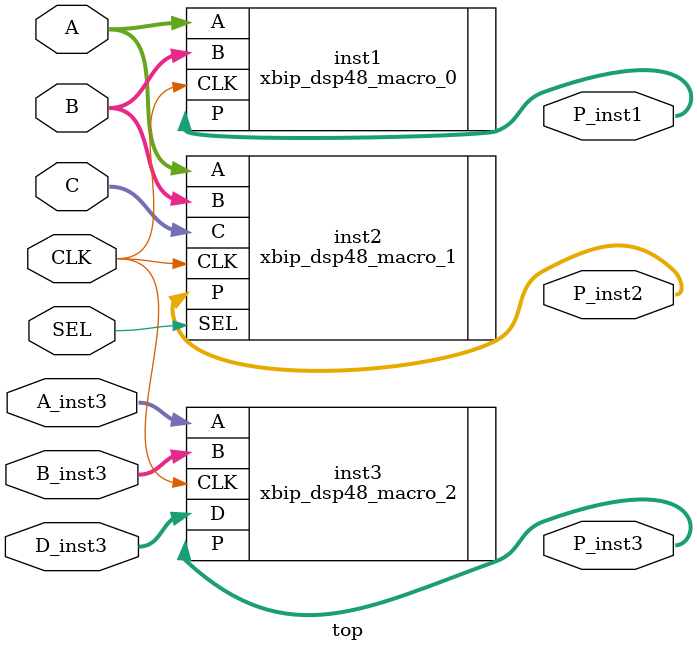
<source format=v>
`timescale 1ns / 1ps


module top(
input CLK,
input [17:0] A,
input [17:0] B,
input [47:0] C,
input [26:0] A_inst3,
input [7:0] B_inst3,
input [26:0] D_inst3,
input SEL,
output [35:0] P_inst1,
output [47:0] P_inst2,
output [34:0] P_inst3
    );
    
   
xbip_dsp48_macro_0 inst1 (
  .CLK(CLK),  // input wire CLK
  .A(A),      // input wire [17 : 0] A
  .B(B),      // input wire [17 : 0] B
  .P(P_inst1)      // output wire [35 : 0] P
);

xbip_dsp48_macro_1 inst2 (
  .CLK(CLK),  // input wire CLK
  .SEL(SEL),  // input wire [0 : 0] SEL
  .A(A),      // input wire [17 : 0] A
  .B(B),      // input wire [17 : 0] B
  .C(C),      // input wire [47 : 0] C
  .P(P_inst2)      // output wire [47 : 0] P
);

xbip_dsp48_macro_2 inst3 (
  .CLK(CLK),  // input wire CLK
  .A(A_inst3),      // input wire [26 : 0] A
  .B(B_inst3),      // input wire [17 : 0] B
  .D(D_inst3),      // input wire [26 : 0] D
  .P(P_inst3)      // output wire [44 : 0] P
);
endmodule

</source>
